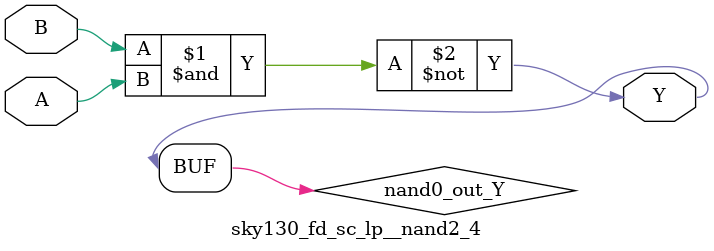
<source format=v>
/*
 * Copyright 2020 The SkyWater PDK Authors
 *
 * Licensed under the Apache License, Version 2.0 (the "License");
 * you may not use this file except in compliance with the License.
 * You may obtain a copy of the License at
 *
 *     https://www.apache.org/licenses/LICENSE-2.0
 *
 * Unless required by applicable law or agreed to in writing, software
 * distributed under the License is distributed on an "AS IS" BASIS,
 * WITHOUT WARRANTIES OR CONDITIONS OF ANY KIND, either express or implied.
 * See the License for the specific language governing permissions and
 * limitations under the License.
 *
 * SPDX-License-Identifier: Apache-2.0
*/


`ifndef SKY130_FD_SC_LP__NAND2_4_FUNCTIONAL_V
`define SKY130_FD_SC_LP__NAND2_4_FUNCTIONAL_V

/**
 * nand2: 2-input NAND.
 *
 * Verilog simulation functional model.
 */

`timescale 1ns / 1ps
`default_nettype none

`celldefine
module sky130_fd_sc_lp__nand2_4 (
    Y,
    A,
    B
);

    // Module ports
    output Y;
    input  A;
    input  B;

    // Local signals
    wire nand0_out_Y;

    //   Name   Output       Other arguments
    nand nand0 (nand0_out_Y, B, A           );
    buf  buf0  (Y          , nand0_out_Y    );

endmodule
`endcelldefine

`default_nettype wire
`endif  // SKY130_FD_SC_LP__NAND2_4_FUNCTIONAL_V

</source>
